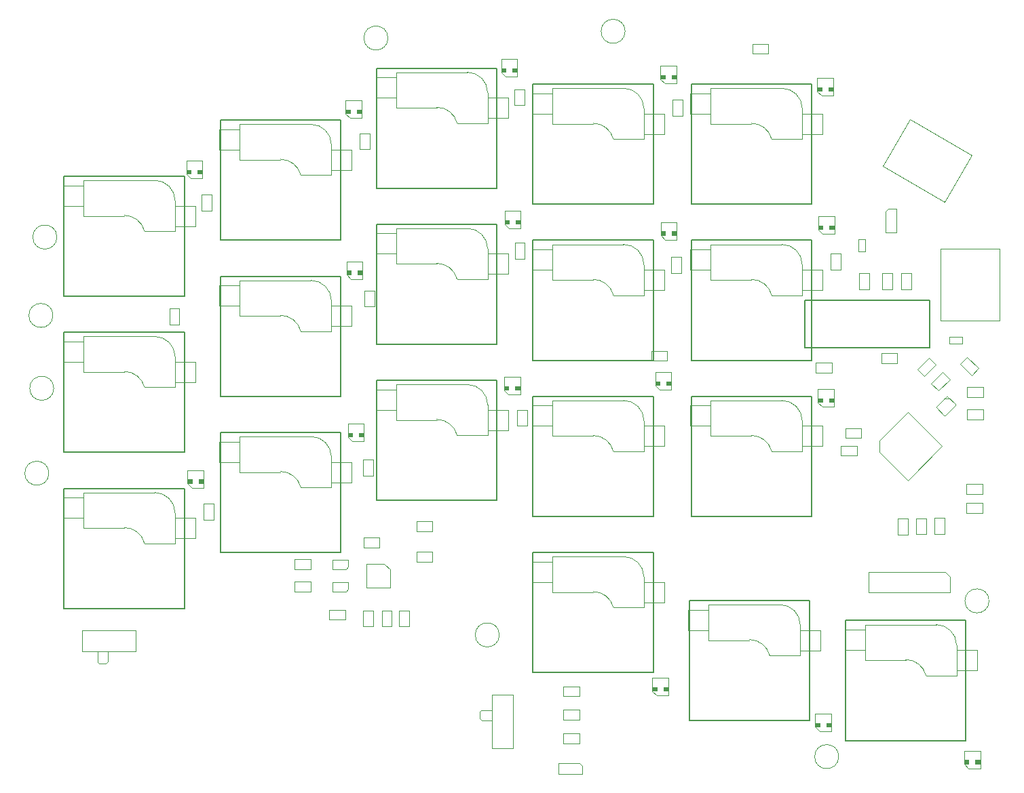
<source format=gbr>
%TF.GenerationSoftware,KiCad,Pcbnew,8.0.2*%
%TF.CreationDate,2025-01-19T21:46:12+07:00*%
%TF.ProjectId,sudi-keyboard,73756469-2d6b-4657-9962-6f6172642e6b,1*%
%TF.SameCoordinates,Original*%
%TF.FileFunction,AssemblyDrawing,Top*%
%FSLAX46Y46*%
G04 Gerber Fmt 4.6, Leading zero omitted, Abs format (unit mm)*
G04 Created by KiCad (PCBNEW 8.0.2) date 2025-01-19 21:46:12*
%MOMM*%
%LPD*%
G01*
G04 APERTURE LIST*
%ADD10C,0.100000*%
%ADD11C,0.120000*%
%ADD12C,0.150000*%
G04 APERTURE END LIST*
D10*
%TO.C,SW4*%
X117300000Y-124350000D02*
X117300000Y-126950000D01*
X117300000Y-126950000D02*
X124000000Y-126950000D01*
X119250000Y-127000000D02*
X119250000Y-128300000D01*
X119250000Y-128300000D02*
X119450000Y-128500000D01*
X119450000Y-128500000D02*
X120300000Y-128500000D01*
X120300000Y-128500000D02*
X120500000Y-128300000D01*
X120500000Y-128300000D02*
X120550000Y-128250000D01*
X120550000Y-128250000D02*
X120550000Y-126950000D01*
X124000000Y-124350000D02*
X117300000Y-124350000D01*
X124000000Y-126950000D02*
X124000000Y-124350000D01*
D11*
%TO.C,K16*%
X173470000Y-115760000D02*
X173470000Y-118300000D01*
X173470000Y-118300000D02*
X176010000Y-118300000D01*
D12*
X173590000Y-114610000D02*
X188590000Y-114610000D01*
X173590000Y-129610000D02*
X173590000Y-114610000D01*
D11*
X176010000Y-115125000D02*
X176010000Y-119570000D01*
X176010000Y-115760000D02*
X173470000Y-115760000D01*
X176010000Y-119570000D02*
X181090000Y-119570000D01*
X183629999Y-121475001D02*
X187440000Y-121475000D01*
X184900000Y-115125000D02*
X176010000Y-115125000D01*
X187440000Y-120840000D02*
X189980000Y-120840000D01*
X187440000Y-121475000D02*
X187440000Y-117665000D01*
D12*
X188590000Y-114610000D02*
X188590000Y-129610000D01*
X188590000Y-129610000D02*
X173590000Y-129610000D01*
D11*
X189980000Y-118300000D02*
X187440000Y-118300000D01*
X189980000Y-120840000D02*
X189980000Y-118300000D01*
X181090001Y-119491829D02*
G75*
G02*
X183629999Y-121475001I-1J-2618171D01*
G01*
X184900000Y-115125000D02*
G75*
G02*
X187440000Y-117665000I0J-2540000D01*
G01*
D10*
%TO.C,FB1*%
X214220001Y-75449997D02*
X215020001Y-75449996D01*
X214220003Y-77050000D02*
X214220001Y-75449997D01*
X215020001Y-75449996D02*
X215020003Y-77049999D01*
X215020003Y-77049999D02*
X214220003Y-77050000D01*
%TO.C,R10*%
X227700000Y-106075000D02*
X229700000Y-106075000D01*
X227700000Y-107325000D02*
X227700000Y-106075000D01*
X229700000Y-106075000D02*
X229700000Y-107325000D01*
X229700000Y-107325000D02*
X227700000Y-107325000D01*
%TO.C,C51*%
X190825000Y-77700000D02*
X192075000Y-77700000D01*
X190825000Y-79700000D02*
X190825000Y-77700000D01*
X192075000Y-77700000D02*
X192075000Y-79700000D01*
X192075000Y-79700000D02*
X190825000Y-79700000D01*
%TO.C,J1*%
X228373634Y-64955658D02*
X224973634Y-70844630D01*
X217231366Y-66374630D01*
X220631366Y-60485658D01*
X228373634Y-64955658D01*
%TO.C,D17*%
X130499998Y-104350000D02*
X130500000Y-106000000D01*
X130499998Y-104350000D02*
X132500002Y-104350000D01*
X130500000Y-106000000D02*
X131050000Y-106550000D01*
X131050000Y-106550000D02*
X132500002Y-106550000D01*
X132500002Y-106550000D02*
X132500002Y-104350000D01*
X131049999Y-105950001D02*
X130500000Y-105950000D01*
X130500001Y-105500001D01*
X131050000Y-105499999D01*
X131049999Y-105950001D01*
G36*
X131049999Y-105950001D02*
G01*
X130500000Y-105950000D01*
X130500001Y-105500001D01*
X131050000Y-105499999D01*
X131049999Y-105950001D01*
G37*
X132500002Y-105500001D02*
X132500000Y-105950000D01*
X131900001Y-105949998D01*
X131900000Y-105500000D01*
X132500002Y-105500001D01*
G36*
X132500002Y-105500001D02*
G01*
X132500000Y-105950000D01*
X131900001Y-105949998D01*
X131900000Y-105500000D01*
X132500002Y-105500001D01*
G37*
%TO.C,C3*%
X148150000Y-121775000D02*
X150150000Y-121775000D01*
X148150000Y-123025000D02*
X148150000Y-121775000D01*
X150150000Y-121775000D02*
X150150000Y-123025000D01*
X150150000Y-123025000D02*
X148150000Y-123025000D01*
%TO.C,FID9*%
X169390000Y-124910000D02*
G75*
G02*
X166390000Y-124910000I-1500000J0D01*
G01*
X166390000Y-124910000D02*
G75*
G02*
X169390000Y-124910000I1500000J0D01*
G01*
D11*
%TO.C,K9*%
X153970000Y-94260000D02*
X153970000Y-96800000D01*
X153970000Y-96800000D02*
X156510000Y-96800000D01*
D12*
X154090000Y-93110000D02*
X169090000Y-93110000D01*
X154090000Y-108110000D02*
X154090000Y-93110000D01*
D11*
X156510000Y-93625000D02*
X156510000Y-98070000D01*
X156510000Y-94260000D02*
X153970000Y-94260000D01*
X156510000Y-98070000D02*
X161590000Y-98070000D01*
X164129999Y-99975001D02*
X167940000Y-99975000D01*
X165400000Y-93625000D02*
X156510000Y-93625000D01*
X167940000Y-99340000D02*
X170480000Y-99340000D01*
X167940000Y-99975000D02*
X167940000Y-96165000D01*
D12*
X169090000Y-93110000D02*
X169090000Y-108110000D01*
X169090000Y-108110000D02*
X154090000Y-108110000D01*
D11*
X170480000Y-96800000D02*
X167940000Y-96800000D01*
X170480000Y-99340000D02*
X170480000Y-96800000D01*
X161590001Y-97991829D02*
G75*
G02*
X164129999Y-99975001I-1J-2618171D01*
G01*
X165400000Y-93625000D02*
G75*
G02*
X167940000Y-96165000I0J-2540000D01*
G01*
D10*
%TO.C,FID2*%
X113190000Y-104710000D02*
G75*
G02*
X110190000Y-104710000I-1500000J0D01*
G01*
X110190000Y-104710000D02*
G75*
G02*
X113190000Y-104710000I1500000J0D01*
G01*
%TO.C,D18*%
X169999998Y-92700000D02*
X170000000Y-94350000D01*
X169999998Y-92700000D02*
X172000002Y-92700000D01*
X170000000Y-94350000D02*
X170550000Y-94900000D01*
X170550000Y-94900000D02*
X172000002Y-94900000D01*
X172000002Y-94900000D02*
X172000002Y-92700000D01*
X170549999Y-94300001D02*
X170000000Y-94300000D01*
X170000001Y-93850001D01*
X170550000Y-93849999D01*
X170549999Y-94300001D01*
G36*
X170549999Y-94300001D02*
G01*
X170000000Y-94300000D01*
X170000001Y-93850001D01*
X170550000Y-93849999D01*
X170549999Y-94300001D01*
G37*
X172000002Y-93850001D02*
X172000000Y-94300000D01*
X171400001Y-94299998D01*
X171400000Y-93850000D01*
X172000002Y-93850001D01*
G36*
X172000002Y-93850001D02*
G01*
X172000000Y-94300000D01*
X171400001Y-94299998D01*
X171400000Y-93850000D01*
X172000002Y-93850001D01*
G37*
%TO.C,C57*%
X217050000Y-89725000D02*
X219050000Y-89725000D01*
X217050000Y-90975000D02*
X217050000Y-89725000D01*
X219050000Y-89725000D02*
X219050000Y-90975000D01*
X219050000Y-90975000D02*
X217050000Y-90975000D01*
D11*
%TO.C,K8*%
X153970000Y-74760000D02*
X153970000Y-77300000D01*
X153970000Y-77300000D02*
X156510000Y-77300000D01*
D12*
X154090000Y-73610000D02*
X169090000Y-73610000D01*
X154090000Y-88610000D02*
X154090000Y-73610000D01*
D11*
X156510000Y-74125000D02*
X156510000Y-78570000D01*
X156510000Y-74760000D02*
X153970000Y-74760000D01*
X156510000Y-78570000D02*
X161590000Y-78570000D01*
X164129999Y-80475001D02*
X167940000Y-80475000D01*
X165400000Y-74125000D02*
X156510000Y-74125000D01*
X167940000Y-79840000D02*
X170480000Y-79840000D01*
X167940000Y-80475000D02*
X167940000Y-76665000D01*
D12*
X169090000Y-73610000D02*
X169090000Y-88610000D01*
X169090000Y-88610000D02*
X154090000Y-88610000D01*
D11*
X170480000Y-77300000D02*
X167940000Y-77300000D01*
X170480000Y-79840000D02*
X170480000Y-77300000D01*
X161590001Y-78491829D02*
G75*
G02*
X164129999Y-80475001I-1J-2618171D01*
G01*
X165400000Y-74125000D02*
G75*
G02*
X167940000Y-76665000I0J-2540000D01*
G01*
D10*
%TO.C,C42*%
X128225000Y-84150000D02*
X129475000Y-84150000D01*
X128225000Y-86150000D02*
X128225000Y-84150000D01*
X129475000Y-84150000D02*
X129475000Y-86150000D01*
X129475000Y-86150000D02*
X128225000Y-86150000D01*
%TO.C,FID3*%
X114190000Y-75210000D02*
G75*
G02*
X111190000Y-75210000I-1500000J0D01*
G01*
X111190000Y-75210000D02*
G75*
G02*
X114190000Y-75210000I1500000J0D01*
G01*
%TO.C,C41*%
X132225000Y-69900000D02*
X133475000Y-69900000D01*
X132225000Y-71900000D02*
X132225000Y-69900000D01*
X133475000Y-69900000D02*
X133475000Y-71900000D01*
X133475000Y-71900000D02*
X132225000Y-71900000D01*
D11*
%TO.C,K18*%
X212470000Y-124260000D02*
X212470000Y-126800000D01*
X212470000Y-126800000D02*
X215010000Y-126800000D01*
D12*
X212590000Y-123110000D02*
X227590000Y-123110000D01*
X212590000Y-138110000D02*
X212590000Y-123110000D01*
D11*
X215010000Y-123625000D02*
X215010000Y-128070000D01*
X215010000Y-124260000D02*
X212470000Y-124260000D01*
X215010000Y-128070000D02*
X220090000Y-128070000D01*
X222629999Y-129975001D02*
X226440000Y-129975000D01*
X223900000Y-123625000D02*
X215010000Y-123625000D01*
X226440000Y-129340000D02*
X228980000Y-129340000D01*
X226440000Y-129975000D02*
X226440000Y-126165000D01*
D12*
X227590000Y-123110000D02*
X227590000Y-138110000D01*
X227590000Y-138110000D02*
X212590000Y-138110000D01*
D11*
X228980000Y-126800000D02*
X226440000Y-126800000D01*
X228980000Y-129340000D02*
X228980000Y-126800000D01*
X220090001Y-127991829D02*
G75*
G02*
X222629999Y-129975001I-1J-2618171D01*
G01*
X223900000Y-123625000D02*
G75*
G02*
X226440000Y-126165000I0J-2540000D01*
G01*
%TO.C,K12*%
X173470000Y-96260000D02*
X173470000Y-98800000D01*
X173470000Y-98800000D02*
X176010000Y-98800000D01*
D12*
X173590000Y-95110000D02*
X188590000Y-95110000D01*
X173590000Y-110110000D02*
X173590000Y-95110000D01*
D11*
X176010000Y-95625000D02*
X176010000Y-100070000D01*
X176010000Y-96260000D02*
X173470000Y-96260000D01*
X176010000Y-100070000D02*
X181090000Y-100070000D01*
X183629999Y-101975001D02*
X187440000Y-101975000D01*
X184900000Y-95625000D02*
X176010000Y-95625000D01*
X187440000Y-101340000D02*
X189980000Y-101340000D01*
X187440000Y-101975000D02*
X187440000Y-98165000D01*
D12*
X188590000Y-95110000D02*
X188590000Y-110110000D01*
X188590000Y-110110000D02*
X173590000Y-110110000D01*
D11*
X189980000Y-98800000D02*
X187440000Y-98800000D01*
X189980000Y-101340000D02*
X189980000Y-98800000D01*
X181090001Y-99991829D02*
G75*
G02*
X183629999Y-101975001I-1J-2618171D01*
G01*
X184900000Y-95625000D02*
G75*
G02*
X187440000Y-98165000I0J-2540000D01*
G01*
%TO.C,K14*%
X193220000Y-76760000D02*
X193220000Y-79300000D01*
X193220000Y-79300000D02*
X195760000Y-79300000D01*
D12*
X193340000Y-75610000D02*
X208340000Y-75610000D01*
X193340000Y-90610000D02*
X193340000Y-75610000D01*
D11*
X195760000Y-76125000D02*
X195760000Y-80570000D01*
X195760000Y-76760000D02*
X193220000Y-76760000D01*
X195760000Y-80570000D02*
X200840000Y-80570000D01*
X203379999Y-82475001D02*
X207190000Y-82475000D01*
X204650000Y-76125000D02*
X195760000Y-76125000D01*
X207190000Y-81840000D02*
X209730000Y-81840000D01*
X207190000Y-82475000D02*
X207190000Y-78665000D01*
D12*
X208340000Y-75610000D02*
X208340000Y-90610000D01*
X208340000Y-90610000D02*
X193340000Y-90610000D01*
D11*
X209730000Y-79300000D02*
X207190000Y-79300000D01*
X209730000Y-81840000D02*
X209730000Y-79300000D01*
X200840001Y-80491829D02*
G75*
G02*
X203379999Y-82475001I-1J-2618171D01*
G01*
X204650000Y-76125000D02*
G75*
G02*
X207190000Y-78665000I0J-2540000D01*
G01*
D10*
%TO.C,C43*%
X132525000Y-108500000D02*
X133775000Y-108500000D01*
X132525000Y-110500000D02*
X132525000Y-108500000D01*
X133775000Y-108500000D02*
X133775000Y-110500000D01*
X133775000Y-110500000D02*
X132525000Y-110500000D01*
%TO.C,C40*%
X219099998Y-110387499D02*
X220349998Y-110387499D01*
X219099998Y-112387499D02*
X219099998Y-110387499D01*
X220349998Y-110387499D02*
X220349998Y-112387499D01*
X220349998Y-112387499D02*
X219099998Y-112387499D01*
%TO.C,R4*%
X217145002Y-79749998D02*
X218395002Y-79749998D01*
X217145002Y-81749998D02*
X217145002Y-79749998D01*
X218395002Y-79749998D02*
X218395002Y-81749998D01*
X218395002Y-81749998D02*
X217145002Y-81749998D01*
%TO.C,D25*%
X188499999Y-130299999D02*
X188500000Y-131950000D01*
X188499999Y-130299999D02*
X190500001Y-130300001D01*
X188500000Y-131950000D02*
X189050000Y-132500000D01*
X189050000Y-132500000D02*
X190500001Y-132500001D01*
X190500001Y-132500001D02*
X190500001Y-130300001D01*
X189050000Y-131900001D02*
X188500000Y-131900000D01*
X188500001Y-131450000D01*
X189050000Y-131449999D01*
X189050000Y-131900001D01*
G36*
X189050000Y-131900001D02*
G01*
X188500000Y-131900000D01*
X188500001Y-131450000D01*
X189050000Y-131449999D01*
X189050000Y-131900001D01*
G37*
X190500000Y-131900000D02*
X189900000Y-131899999D01*
X189900000Y-131450000D01*
X190500001Y-131450000D01*
X190500000Y-131900000D01*
G36*
X190500000Y-131900000D02*
G01*
X189900000Y-131899999D01*
X189900000Y-131450000D01*
X190500001Y-131450000D01*
X190500000Y-131900000D01*
G37*
%TO.C,C1*%
X152450000Y-112775000D02*
X154450000Y-112775000D01*
X152450000Y-114025000D02*
X152450000Y-112775000D01*
X154450000Y-112775000D02*
X154450000Y-114025000D01*
X154450000Y-114025000D02*
X152450000Y-114025000D01*
%TO.C,C18*%
X227750000Y-93925000D02*
X229750000Y-93925000D01*
X227750000Y-95175000D02*
X227750000Y-93925000D01*
X229750000Y-93925000D02*
X229750000Y-95175000D01*
X229750000Y-95175000D02*
X227750000Y-95175000D01*
D11*
%TO.C,K7*%
X153970000Y-55260000D02*
X153970000Y-57800000D01*
X153970000Y-57800000D02*
X156510000Y-57800000D01*
D12*
X154090000Y-54110000D02*
X169090000Y-54110000D01*
X154090000Y-69110000D02*
X154090000Y-54110000D01*
D11*
X156510000Y-54625000D02*
X156510000Y-59070000D01*
X156510000Y-55260000D02*
X153970000Y-55260000D01*
X156510000Y-59070000D02*
X161590000Y-59070000D01*
X164129999Y-60975001D02*
X167940000Y-60975000D01*
X165400000Y-54625000D02*
X156510000Y-54625000D01*
X167940000Y-60340000D02*
X170480000Y-60340000D01*
X167940000Y-60975000D02*
X167940000Y-57165000D01*
D12*
X169090000Y-54110000D02*
X169090000Y-69110000D01*
X169090000Y-69110000D02*
X154090000Y-69110000D01*
D11*
X170480000Y-57800000D02*
X167940000Y-57800000D01*
X170480000Y-60340000D02*
X170480000Y-57800000D01*
X161590001Y-58991829D02*
G75*
G02*
X164129999Y-60975001I-1J-2618171D01*
G01*
X165400000Y-54625000D02*
G75*
G02*
X167940000Y-57165000I0J-2540000D01*
G01*
D10*
%TO.C,C19*%
X227700001Y-108424998D02*
X229700001Y-108424998D01*
X227700001Y-109674998D02*
X227700001Y-108424998D01*
X229700001Y-108424998D02*
X229700001Y-109674998D01*
X229700001Y-109674998D02*
X227700001Y-109674998D01*
%TO.C,FID6*%
X113699999Y-84999999D02*
G75*
G02*
X110699999Y-84999999I-1500000J0D01*
G01*
X110699999Y-84999999D02*
G75*
G02*
X113699999Y-84999999I1500000J0D01*
G01*
%TO.C,FID7*%
X211740000Y-140110000D02*
G75*
G02*
X208740000Y-140110000I-1500000J0D01*
G01*
X208740000Y-140110000D02*
G75*
G02*
X211740000Y-140110000I1500000J0D01*
G01*
%TO.C,FID5*%
X185090000Y-49510000D02*
G75*
G02*
X182090000Y-49510000I-1500000J0D01*
G01*
X182090000Y-49510000D02*
G75*
G02*
X185090000Y-49510000I1500000J0D01*
G01*
D11*
%TO.C,K6*%
X134470000Y-100760000D02*
X134470000Y-103300000D01*
X134470000Y-103300000D02*
X137010000Y-103300000D01*
D12*
X134590000Y-99610000D02*
X149590000Y-99610000D01*
X134590000Y-114610000D02*
X134590000Y-99610000D01*
D11*
X137010000Y-100125000D02*
X137010000Y-104570000D01*
X137010000Y-100760000D02*
X134470000Y-100760000D01*
X137010000Y-104570000D02*
X142090000Y-104570000D01*
X144629999Y-106475001D02*
X148440000Y-106475000D01*
X145900000Y-100125000D02*
X137010000Y-100125000D01*
X148440000Y-105840000D02*
X150980000Y-105840000D01*
X148440000Y-106475000D02*
X148440000Y-102665000D01*
D12*
X149590000Y-99610000D02*
X149590000Y-114610000D01*
X149590000Y-114610000D02*
X134590000Y-114610000D01*
D11*
X150980000Y-103300000D02*
X148440000Y-103300000D01*
X150980000Y-105840000D02*
X150980000Y-103300000D01*
X142090001Y-104491829D02*
G75*
G02*
X144629999Y-106475001I-1J-2618171D01*
G01*
X145900000Y-100125000D02*
G75*
G02*
X148440000Y-102665000I0J-2540000D01*
G01*
D10*
%TO.C,R11*%
X177400000Y-134275001D02*
X179400000Y-134275001D01*
X177400000Y-135525001D02*
X177400000Y-134275001D01*
X179400000Y-134275001D02*
X179400000Y-135525001D01*
X179400000Y-135525001D02*
X177400000Y-135525001D01*
D11*
%TO.C,K5*%
X134470000Y-81260000D02*
X134470000Y-83800000D01*
X134470000Y-83800000D02*
X137010000Y-83800000D01*
D12*
X134590000Y-80110000D02*
X149590000Y-80110000D01*
X134590000Y-95110000D02*
X134590000Y-80110000D01*
D11*
X137010000Y-80625000D02*
X137010000Y-85070000D01*
X137010000Y-81260000D02*
X134470000Y-81260000D01*
X137010000Y-85070000D02*
X142090000Y-85070000D01*
X144629999Y-86975001D02*
X148440000Y-86975000D01*
X145900000Y-80625000D02*
X137010000Y-80625000D01*
X148440000Y-86340000D02*
X150980000Y-86340000D01*
X148440000Y-86975000D02*
X148440000Y-83165000D01*
D12*
X149590000Y-80110000D02*
X149590000Y-95110000D01*
X149590000Y-95110000D02*
X134590000Y-95110000D01*
D11*
X150980000Y-83800000D02*
X148440000Y-83800000D01*
X150980000Y-86340000D02*
X150980000Y-83800000D01*
X142090001Y-84991829D02*
G75*
G02*
X144629999Y-86975001I-1J-2618171D01*
G01*
X145900000Y-80625000D02*
G75*
G02*
X148440000Y-83165000I0J-2540000D01*
G01*
%TO.C,K2*%
X114970000Y-88260000D02*
X114970000Y-90800000D01*
X114970000Y-90800000D02*
X117510000Y-90800000D01*
D12*
X115090000Y-87110000D02*
X130090000Y-87110000D01*
X115090000Y-102110000D02*
X115090000Y-87110000D01*
D11*
X117510000Y-87625000D02*
X117510000Y-92070000D01*
X117510000Y-88260000D02*
X114970000Y-88260000D01*
X117510000Y-92070000D02*
X122590000Y-92070000D01*
X125129999Y-93975001D02*
X128940000Y-93975000D01*
X126400000Y-87625000D02*
X117510000Y-87625000D01*
X128940000Y-93340000D02*
X131480000Y-93340000D01*
X128940000Y-93975000D02*
X128940000Y-90165000D01*
D12*
X130090000Y-87110000D02*
X130090000Y-102110000D01*
X130090000Y-102110000D02*
X115090000Y-102110000D01*
D11*
X131480000Y-90800000D02*
X128940000Y-90800000D01*
X131480000Y-93340000D02*
X131480000Y-90800000D01*
X122590001Y-91991829D02*
G75*
G02*
X125129999Y-93975001I-1J-2618171D01*
G01*
X126400000Y-87625000D02*
G75*
G02*
X128940000Y-90165000I0J-2540000D01*
G01*
%TO.C,K10*%
X173470000Y-57260000D02*
X173470000Y-59800000D01*
X173470000Y-59800000D02*
X176010000Y-59800000D01*
D12*
X173590000Y-56110000D02*
X188590000Y-56110000D01*
X173590000Y-71110000D02*
X173590000Y-56110000D01*
D11*
X176010000Y-56625000D02*
X176010000Y-61070000D01*
X176010000Y-57260000D02*
X173470000Y-57260000D01*
X176010000Y-61070000D02*
X181090000Y-61070000D01*
X183629999Y-62975001D02*
X187440000Y-62975000D01*
X184900000Y-56625000D02*
X176010000Y-56625000D01*
X187440000Y-62340000D02*
X189980000Y-62340000D01*
X187440000Y-62975000D02*
X187440000Y-59165000D01*
D12*
X188590000Y-56110000D02*
X188590000Y-71110000D01*
X188590000Y-71110000D02*
X173590000Y-71110000D01*
D11*
X189980000Y-59800000D02*
X187440000Y-59800000D01*
X189980000Y-62340000D02*
X189980000Y-59800000D01*
X181090001Y-60991829D02*
G75*
G02*
X183629999Y-62975001I-1J-2618171D01*
G01*
X184900000Y-56625000D02*
G75*
G02*
X187440000Y-59165000I0J-2540000D01*
G01*
D10*
%TO.C,R12*%
X177399999Y-131324998D02*
X179399999Y-131324998D01*
X177399999Y-132574998D02*
X177399999Y-131324998D01*
X179399999Y-131324998D02*
X179399999Y-132574998D01*
X179399999Y-132574998D02*
X177399999Y-132574998D01*
%TO.C,C39*%
X221399999Y-110337500D02*
X222649999Y-110337500D01*
X221399999Y-112337500D02*
X221399999Y-110337500D01*
X222649999Y-110337500D02*
X222649999Y-112337500D01*
X222649999Y-112337500D02*
X221399999Y-112337500D01*
%TO.C,D8*%
X130349999Y-65699999D02*
X130350000Y-67350000D01*
X130349999Y-65699999D02*
X132350001Y-65700001D01*
X130350000Y-67350000D02*
X130900000Y-67900000D01*
X130900000Y-67900000D02*
X132350001Y-67900001D01*
X132350001Y-67900001D02*
X132350001Y-65700001D01*
X130900000Y-67300001D02*
X130350000Y-67300000D01*
X130350001Y-66850000D01*
X130900000Y-66849999D01*
X130900000Y-67300001D01*
G36*
X130900000Y-67300001D02*
G01*
X130350000Y-67300000D01*
X130350001Y-66850000D01*
X130900000Y-66849999D01*
X130900000Y-67300001D01*
G37*
X132350000Y-67300000D02*
X131750000Y-67299999D01*
X131750000Y-66850000D01*
X132350001Y-66850000D01*
X132350000Y-67300000D01*
G36*
X132350000Y-67300000D02*
G01*
X131750000Y-67299999D01*
X131750000Y-66850000D01*
X132350001Y-66850000D01*
X132350000Y-67300000D01*
G37*
%TO.C,R5*%
X177400000Y-137225000D02*
X179400000Y-137225000D01*
X177400000Y-138475000D02*
X177400000Y-137225000D01*
X179400000Y-137225000D02*
X179400000Y-138475000D01*
X179400000Y-138475000D02*
X177400000Y-138475000D01*
D12*
%TO.C,AE1*%
X207549999Y-83100001D02*
X207549999Y-89049999D01*
X207549999Y-89049999D02*
X223050000Y-89050000D01*
X223050000Y-83100000D02*
X207549999Y-83100001D01*
X223050000Y-89050000D02*
X223050000Y-83100000D01*
D10*
%TO.C,C2*%
X214275004Y-79749998D02*
X215525004Y-79749998D01*
X214275004Y-81749998D02*
X214275004Y-79749998D01*
X215525004Y-79749998D02*
X215525004Y-81749998D01*
X215525004Y-81749998D02*
X214275004Y-81749998D01*
%TO.C,D36*%
X150499999Y-98549999D02*
X150500000Y-100200000D01*
X150499999Y-98549999D02*
X152500001Y-98550001D01*
X150500000Y-100200000D02*
X151050000Y-100750000D01*
X151050000Y-100750000D02*
X152500001Y-100750001D01*
X152500001Y-100750001D02*
X152500001Y-98550001D01*
X151050000Y-100150001D02*
X150500000Y-100150000D01*
X150500001Y-99700000D01*
X151050000Y-99699999D01*
X151050000Y-100150001D01*
G36*
X151050000Y-100150001D02*
G01*
X150500000Y-100150000D01*
X150500001Y-99700000D01*
X151050000Y-99699999D01*
X151050000Y-100150001D01*
G37*
X152500000Y-100150000D02*
X151900000Y-100149999D01*
X151900000Y-99700000D01*
X152500001Y-99700000D01*
X152500000Y-100150000D01*
G36*
X152500000Y-100150000D02*
G01*
X151900000Y-100149999D01*
X151900000Y-99700000D01*
X152500001Y-99700000D01*
X152500000Y-100150000D01*
G37*
%TO.C,D29*%
X150349999Y-78249999D02*
X150350000Y-79900000D01*
X150349999Y-78249999D02*
X152350001Y-78250001D01*
X150350000Y-79900000D02*
X150900000Y-80450000D01*
X150900000Y-80450000D02*
X152350001Y-80450001D01*
X152350001Y-80450001D02*
X152350001Y-78250001D01*
X150900000Y-79850001D02*
X150350000Y-79850000D01*
X150350001Y-79400000D01*
X150900000Y-79399999D01*
X150900000Y-79850001D01*
G36*
X150900000Y-79850001D02*
G01*
X150350000Y-79850000D01*
X150350001Y-79400000D01*
X150900000Y-79399999D01*
X150900000Y-79850001D01*
G37*
X152350000Y-79850000D02*
X151750000Y-79849999D01*
X151750000Y-79400000D01*
X152350001Y-79400000D01*
X152350000Y-79850000D01*
G36*
X152350000Y-79850000D02*
G01*
X151750000Y-79849999D01*
X151750000Y-79400000D01*
X152350001Y-79400000D01*
X152350000Y-79850000D01*
G37*
%TO.C,C20*%
X212000000Y-101275000D02*
X214000000Y-101275000D01*
X212000000Y-102525000D02*
X212000000Y-101275000D01*
X214000000Y-101275000D02*
X214000000Y-102525000D01*
X214000000Y-102525000D02*
X212000000Y-102525000D01*
%TO.C,C54*%
X210725000Y-77300000D02*
X211975000Y-77300000D01*
X210725000Y-79300000D02*
X210725000Y-77300000D01*
X211975000Y-77300000D02*
X211975000Y-79300000D01*
X211975000Y-79300000D02*
X210725000Y-79300000D01*
%TO.C,R1*%
X159050000Y-114535000D02*
X161050000Y-114535000D01*
X159050000Y-115785000D02*
X159050000Y-114535000D01*
X161050000Y-114535000D02*
X161050000Y-115785000D01*
X161050000Y-115785000D02*
X159050000Y-115785000D01*
%TO.C,C44*%
X151975000Y-62250000D02*
X153225000Y-62250000D01*
X151975000Y-64250000D02*
X151975000Y-62250000D01*
X153225000Y-62250000D02*
X153225000Y-64250000D01*
X153225000Y-64250000D02*
X151975000Y-64250000D01*
%TO.C,R17*%
X143850000Y-118274999D02*
X145850000Y-118274999D01*
X143850000Y-119524999D02*
X143850000Y-118274999D01*
X145850000Y-118274999D02*
X145850000Y-119524999D01*
X145850000Y-119524999D02*
X143850000Y-119524999D01*
%TO.C,D31*%
X208799999Y-134749999D02*
X208800000Y-136400000D01*
X208799999Y-134749999D02*
X210800001Y-134750001D01*
X208800000Y-136400000D02*
X209350000Y-136950000D01*
X209350000Y-136950000D02*
X210800001Y-136950001D01*
X210800001Y-136950001D02*
X210800001Y-134750001D01*
X209350000Y-136350001D02*
X208800000Y-136350000D01*
X208800001Y-135900000D01*
X209350000Y-135899999D01*
X209350000Y-136350001D01*
G36*
X209350000Y-136350001D02*
G01*
X208800000Y-136350000D01*
X208800001Y-135900000D01*
X209350000Y-135899999D01*
X209350000Y-136350001D01*
G37*
X210800000Y-136350000D02*
X210200000Y-136349999D01*
X210200000Y-135900000D01*
X210800001Y-135900000D01*
X210800000Y-136350000D01*
G36*
X210800000Y-136350000D02*
G01*
X210200000Y-136349999D01*
X210200000Y-135900000D01*
X210800001Y-135900000D01*
X210800000Y-136350000D01*
G37*
D11*
%TO.C,K13*%
X193220000Y-57260000D02*
X193220000Y-59800000D01*
X193220000Y-59800000D02*
X195760000Y-59800000D01*
D12*
X193340000Y-56110000D02*
X208340000Y-56110000D01*
X193340000Y-71110000D02*
X193340000Y-56110000D01*
D11*
X195760000Y-56625000D02*
X195760000Y-61070000D01*
X195760000Y-57260000D02*
X193220000Y-57260000D01*
X195760000Y-61070000D02*
X200840000Y-61070000D01*
X203379999Y-62975001D02*
X207190000Y-62975000D01*
X204650000Y-56625000D02*
X195760000Y-56625000D01*
X207190000Y-62340000D02*
X209730000Y-62340000D01*
X207190000Y-62975000D02*
X207190000Y-59165000D01*
D12*
X208340000Y-56110000D02*
X208340000Y-71110000D01*
X208340000Y-71110000D02*
X193340000Y-71110000D01*
D11*
X209730000Y-59800000D02*
X207190000Y-59800000D01*
X209730000Y-62340000D02*
X209730000Y-59800000D01*
X200840001Y-60991829D02*
G75*
G02*
X203379999Y-62975001I-1J-2618171D01*
G01*
X204650000Y-56625000D02*
G75*
G02*
X207190000Y-59165000I0J-2540000D01*
G01*
D10*
%TO.C,R3*%
X219575000Y-79750000D02*
X220825000Y-79750000D01*
X219575000Y-81750000D02*
X219575000Y-79750000D01*
X220825000Y-79750000D02*
X220825000Y-81750000D01*
X220825000Y-81750000D02*
X219575000Y-81750000D01*
%TO.C,P1*%
X231815000Y-76690001D02*
X231815001Y-85630000D01*
X224465000Y-85629999D01*
X224464999Y-76690000D01*
X231815000Y-76690001D01*
%TO.C,C45*%
X152575000Y-81900000D02*
X153825000Y-81900000D01*
X152575000Y-83900000D02*
X152575000Y-81900000D01*
X153825000Y-81900000D02*
X153825000Y-83900000D01*
X153825000Y-83900000D02*
X152575000Y-83900000D01*
%TO.C,C21*%
X226900951Y-91084835D02*
X227784835Y-90200951D01*
X227784835Y-90200951D02*
X229199049Y-91615165D01*
X228315165Y-92499049D02*
X226900951Y-91084835D01*
X229199049Y-91615165D02*
X228315165Y-92499049D01*
%TO.C,R14*%
X156875000Y-121850000D02*
X158125000Y-121850000D01*
X156875000Y-123850000D02*
X156875000Y-121850000D01*
X158125000Y-121850000D02*
X158125000Y-123850000D01*
X158125000Y-123850000D02*
X156875000Y-123850000D01*
%TO.C,U7*%
X216864464Y-100642895D02*
X220400001Y-97107360D01*
X216864465Y-102057106D02*
X216864464Y-100642895D01*
X220399999Y-105592640D02*
X216864465Y-102057106D01*
X220400001Y-97107360D02*
X224642640Y-101350001D01*
X224642640Y-101350001D02*
X220399999Y-105592640D01*
%TO.C,Y1*%
X223897918Y-96370708D02*
X225170714Y-95097917D01*
X223897920Y-96512131D02*
X223897918Y-96370708D01*
X224887867Y-97502082D02*
X223897920Y-96512131D01*
X225029286Y-97502083D02*
X224887867Y-97502082D01*
X225170714Y-95097917D02*
X225312133Y-95097918D01*
X225312133Y-95097918D02*
X226302080Y-96087869D01*
X225594973Y-95380761D02*
X224887869Y-95380761D01*
X226302080Y-96087869D02*
X226302082Y-96229292D01*
X226302082Y-96229292D02*
X225029286Y-97502083D01*
D11*
%TO.C,K3*%
X114970000Y-107760000D02*
X114970000Y-110300000D01*
X114970000Y-110300000D02*
X117510000Y-110300000D01*
D12*
X115090000Y-106610000D02*
X130090000Y-106610000D01*
X115090000Y-121610000D02*
X115090000Y-106610000D01*
D11*
X117510000Y-107125000D02*
X117510000Y-111570000D01*
X117510000Y-107760000D02*
X114970000Y-107760000D01*
X117510000Y-111570000D02*
X122590000Y-111570000D01*
X125129999Y-113475001D02*
X128940000Y-113475000D01*
X126400000Y-107125000D02*
X117510000Y-107125000D01*
X128940000Y-112840000D02*
X131480000Y-112840000D01*
X128940000Y-113475000D02*
X128940000Y-109665000D01*
D12*
X130090000Y-106610000D02*
X130090000Y-121610000D01*
X130090000Y-121610000D02*
X115090000Y-121610000D01*
D11*
X131480000Y-110300000D02*
X128940000Y-110300000D01*
X131480000Y-112840000D02*
X131480000Y-110300000D01*
X122590001Y-111491829D02*
G75*
G02*
X125129999Y-113475001I-1J-2618171D01*
G01*
X126400000Y-107125000D02*
G75*
G02*
X128940000Y-109665000I0J-2540000D01*
G01*
D10*
%TO.C,FID1*%
X113800000Y-94100000D02*
G75*
G02*
X110800000Y-94100000I-1500000J0D01*
G01*
X110800000Y-94100000D02*
G75*
G02*
X113800000Y-94100000I1500000J0D01*
G01*
%TO.C,R2*%
X159050000Y-110725000D02*
X161050000Y-110725000D01*
X159050000Y-111975000D02*
X159050000Y-110725000D01*
X161050000Y-110725000D02*
X161050000Y-111975000D01*
X161050000Y-111975000D02*
X159050000Y-111975000D01*
D11*
%TO.C,K15*%
X193220000Y-96260000D02*
X193220000Y-98800000D01*
X193220000Y-98800000D02*
X195760000Y-98800000D01*
D12*
X193340000Y-95110000D02*
X208340000Y-95110000D01*
X193340000Y-110110000D02*
X193340000Y-95110000D01*
D11*
X195760000Y-95625000D02*
X195760000Y-100070000D01*
X195760000Y-96260000D02*
X193220000Y-96260000D01*
X195760000Y-100070000D02*
X200840000Y-100070000D01*
X203379999Y-101975001D02*
X207190000Y-101975000D01*
X204650000Y-95625000D02*
X195760000Y-95625000D01*
X207190000Y-101340000D02*
X209730000Y-101340000D01*
X207190000Y-101975000D02*
X207190000Y-98165000D01*
D12*
X208340000Y-95110000D02*
X208340000Y-110110000D01*
X208340000Y-110110000D02*
X193340000Y-110110000D01*
D11*
X209730000Y-98800000D02*
X207190000Y-98800000D01*
X209730000Y-101340000D02*
X209730000Y-98800000D01*
X200840001Y-99991829D02*
G75*
G02*
X203379999Y-101975001I-1J-2618171D01*
G01*
X204650000Y-95625000D02*
G75*
G02*
X207190000Y-98165000I0J-2540000D01*
G01*
D10*
%TO.C,U5*%
X152800000Y-116000000D02*
X155050000Y-116000000D01*
X152800000Y-119000000D02*
X152800000Y-116000000D01*
X155050000Y-116000000D02*
X155800000Y-116750000D01*
X155800000Y-116750000D02*
X155800000Y-119000000D01*
X155800000Y-119000000D02*
X152800000Y-119000000D01*
%TO.C,C52*%
X188350000Y-89425000D02*
X190350000Y-89425000D01*
X188350000Y-90675000D02*
X188350000Y-89425000D01*
X190350000Y-89425000D02*
X190350000Y-90675000D01*
X190350000Y-90675000D02*
X188350000Y-90675000D01*
%TO.C,C35*%
X223300953Y-93515166D02*
X224715167Y-92100952D01*
X224184837Y-94399050D02*
X223300953Y-93515166D01*
X224715167Y-92100952D02*
X225599051Y-92984836D01*
X225599051Y-92984836D02*
X224184837Y-94399050D01*
%TO.C,C48*%
X171325000Y-75900000D02*
X172575000Y-75900000D01*
X171325000Y-77900000D02*
X171325000Y-75900000D01*
X172575000Y-75900000D02*
X172575000Y-77900000D01*
X172575000Y-77900000D02*
X171325000Y-77900000D01*
%TO.C,C53*%
X200950000Y-51075000D02*
X202950000Y-51075000D01*
X200950000Y-52325000D02*
X200950000Y-51075000D01*
X202950000Y-51075000D02*
X202950000Y-52325000D01*
X202950000Y-52325000D02*
X200950000Y-52325000D01*
%TO.C,D9*%
X169649999Y-52999999D02*
X169650000Y-54650000D01*
X169649999Y-52999999D02*
X171650001Y-53000001D01*
X169650000Y-54650000D02*
X170200000Y-55200000D01*
X170200000Y-55200000D02*
X171650001Y-55200001D01*
X171650001Y-55200001D02*
X171650001Y-53000001D01*
X170200000Y-54600001D02*
X169650000Y-54600000D01*
X169650001Y-54150000D01*
X170200000Y-54149999D01*
X170200000Y-54600001D01*
G36*
X170200000Y-54600001D02*
G01*
X169650000Y-54600000D01*
X169650001Y-54150000D01*
X170200000Y-54149999D01*
X170200000Y-54600001D01*
G37*
X171650000Y-54600000D02*
X171050000Y-54599999D01*
X171050000Y-54150000D01*
X171650001Y-54150000D01*
X171650000Y-54600000D01*
G36*
X171650000Y-54600000D02*
G01*
X171050000Y-54599999D01*
X171050000Y-54150000D01*
X171650001Y-54150000D01*
X171650000Y-54600000D01*
G37*
%TO.C,C36*%
X221568540Y-91712047D02*
X222982754Y-90297833D01*
X222452424Y-92595931D02*
X221568540Y-91712047D01*
X222982754Y-90297833D02*
X223866638Y-91181717D01*
X223866638Y-91181717D02*
X222452424Y-92595931D01*
%TO.C,Q2*%
X217600000Y-72025001D02*
X217924999Y-71700000D01*
X217600000Y-74600000D02*
X217600000Y-72025001D01*
X217924999Y-71700000D02*
X218900000Y-71700000D01*
X218900000Y-71700000D02*
X218900000Y-74600000D01*
X218900000Y-74600000D02*
X217600000Y-74600000D01*
%TO.C,D38*%
X227399999Y-139399999D02*
X227400000Y-141050000D01*
X227399999Y-139399999D02*
X229400001Y-139400001D01*
X227400000Y-141050000D02*
X227950000Y-141600000D01*
X227950000Y-141600000D02*
X229400001Y-141600001D01*
X229400001Y-141600001D02*
X229400001Y-139400001D01*
X227950000Y-141000001D02*
X227400000Y-141000000D01*
X227400001Y-140550000D01*
X227950000Y-140549999D01*
X227950000Y-141000001D01*
G36*
X227950000Y-141000001D02*
G01*
X227400000Y-141000000D01*
X227400001Y-140550000D01*
X227950000Y-140549999D01*
X227950000Y-141000001D01*
G37*
X229400000Y-141000000D02*
X228800000Y-140999999D01*
X228800000Y-140550000D01*
X229400001Y-140550000D01*
X229400000Y-141000000D01*
G36*
X229400000Y-141000000D02*
G01*
X228800000Y-140999999D01*
X228800000Y-140550000D01*
X229400001Y-140550000D01*
X229400000Y-141000000D01*
G37*
D11*
%TO.C,K17*%
X192970000Y-121760000D02*
X192970000Y-124300000D01*
X192970000Y-124300000D02*
X195510000Y-124300000D01*
D12*
X193090000Y-120610000D02*
X208090000Y-120610000D01*
X193090000Y-135610000D02*
X193090000Y-120610000D01*
D11*
X195510000Y-121125000D02*
X195510000Y-125570000D01*
X195510000Y-121760000D02*
X192970000Y-121760000D01*
X195510000Y-125570000D02*
X200590000Y-125570000D01*
X203129999Y-127475001D02*
X206940000Y-127475000D01*
X204400000Y-121125000D02*
X195510000Y-121125000D01*
X206940000Y-126840000D02*
X209480000Y-126840000D01*
X206940000Y-127475000D02*
X206940000Y-123665000D01*
D12*
X208090000Y-120610000D02*
X208090000Y-135610000D01*
X208090000Y-135610000D02*
X193090000Y-135610000D01*
D11*
X209480000Y-124300000D02*
X206940000Y-124300000D01*
X209480000Y-126840000D02*
X209480000Y-124300000D01*
X200590001Y-125491829D02*
G75*
G02*
X203129999Y-127475001I-1J-2618171D01*
G01*
X204400000Y-121125000D02*
G75*
G02*
X206940000Y-123665000I0J-2540000D01*
G01*
D10*
%TO.C,C8*%
X227750000Y-96725000D02*
X229750000Y-96725000D01*
X227750000Y-97975000D02*
X227750000Y-96725000D01*
X229750000Y-96725000D02*
X229750000Y-97975000D01*
X229750000Y-97975000D02*
X227750000Y-97975000D01*
%TO.C,D4*%
X148549999Y-116700000D02*
X150249999Y-116700000D01*
X148550001Y-115500002D02*
X148549999Y-116700000D01*
X150249999Y-116700000D02*
X150550001Y-116400000D01*
X150549999Y-115500000D02*
X148550001Y-115500002D01*
X150550001Y-116400000D02*
X150549999Y-115500000D01*
%TO.C,C47*%
X171275000Y-56750000D02*
X172525000Y-56750000D01*
X171275000Y-58750000D02*
X171275000Y-56750000D01*
X172525000Y-56750000D02*
X172525000Y-58750000D01*
X172525000Y-58750000D02*
X171275000Y-58750000D01*
%TO.C,C50*%
X191025000Y-58050000D02*
X192275000Y-58050000D01*
X191025000Y-60050000D02*
X191025000Y-58050000D01*
X192275000Y-58050000D02*
X192275000Y-60050000D01*
X192275000Y-60050000D02*
X191025000Y-60050000D01*
%TO.C,D10*%
X209049998Y-55350000D02*
X209050000Y-57000000D01*
X209049998Y-55350000D02*
X211050002Y-55350000D01*
X209050000Y-57000000D02*
X209600000Y-57550000D01*
X209600000Y-57550000D02*
X211050002Y-57550000D01*
X211050002Y-57550000D02*
X211050002Y-55350000D01*
X209599999Y-56950001D02*
X209050000Y-56950000D01*
X209050001Y-56500001D01*
X209600000Y-56499999D01*
X209599999Y-56950001D01*
G36*
X209599999Y-56950001D02*
G01*
X209050000Y-56950000D01*
X209050001Y-56500001D01*
X209600000Y-56499999D01*
X209599999Y-56950001D01*
G37*
X211050002Y-56500001D02*
X211050000Y-56950000D01*
X210450001Y-56949998D01*
X210450000Y-56500000D01*
X211050002Y-56500001D01*
G36*
X211050002Y-56500001D02*
G01*
X211050000Y-56950000D01*
X210450001Y-56949998D01*
X210450000Y-56500000D01*
X211050002Y-56500001D01*
G37*
%TO.C,D24*%
X189499999Y-53849999D02*
X189500000Y-55500000D01*
X189499999Y-53849999D02*
X191500001Y-53850001D01*
X189500000Y-55500000D02*
X190050000Y-56050000D01*
X190050000Y-56050000D02*
X191500001Y-56050001D01*
X191500001Y-56050001D02*
X191500001Y-53850001D01*
X190050000Y-55450001D02*
X189500000Y-55450000D01*
X189500001Y-55000000D01*
X190050000Y-54999999D01*
X190050000Y-55450001D01*
G36*
X190050000Y-55450001D02*
G01*
X189500000Y-55450000D01*
X189500001Y-55000000D01*
X190050000Y-54999999D01*
X190050000Y-55450001D01*
G37*
X191500000Y-55450000D02*
X190900000Y-55449999D01*
X190900000Y-55000000D01*
X191500001Y-55000000D01*
X191500000Y-55450000D01*
G36*
X191500000Y-55450000D02*
G01*
X190900000Y-55449999D01*
X190900000Y-55000000D01*
X191500001Y-55000000D01*
X191500000Y-55450000D01*
G37*
%TO.C,C46*%
X152375000Y-103000000D02*
X153625000Y-103000000D01*
X152375000Y-105000000D02*
X152375000Y-103000000D01*
X153625000Y-103000000D02*
X153625000Y-105000000D01*
X153625000Y-105000000D02*
X152375000Y-105000000D01*
%TO.C,C37*%
X212550000Y-99075000D02*
X214550000Y-99075000D01*
X212550000Y-100325000D02*
X212550000Y-99075000D01*
X214550000Y-99075000D02*
X214550000Y-100325000D01*
X214550000Y-100325000D02*
X212550000Y-100325000D01*
%TO.C,R15*%
X143850000Y-115474999D02*
X145850000Y-115474999D01*
X143850000Y-116724999D02*
X143850000Y-115474999D01*
X145850000Y-115474999D02*
X145850000Y-116724999D01*
X145850000Y-116724999D02*
X143850000Y-116724999D01*
%TO.C,D19*%
X209149999Y-94199999D02*
X209150000Y-95850000D01*
X209149999Y-94199999D02*
X211150001Y-94200001D01*
X209150000Y-95850000D02*
X209700000Y-96400000D01*
X209700000Y-96400000D02*
X211150001Y-96400001D01*
X211150001Y-96400001D02*
X211150001Y-94200001D01*
X209700000Y-95800001D02*
X209150000Y-95800000D01*
X209150001Y-95350000D01*
X209700000Y-95349999D01*
X209700000Y-95800001D01*
G36*
X209700000Y-95800001D02*
G01*
X209150000Y-95800000D01*
X209150001Y-95350000D01*
X209700000Y-95349999D01*
X209700000Y-95800001D01*
G37*
X211150000Y-95800000D02*
X210550000Y-95799999D01*
X210550000Y-95350000D01*
X211150001Y-95350000D01*
X211150000Y-95800000D01*
G36*
X211150000Y-95800000D02*
G01*
X210550000Y-95799999D01*
X210550000Y-95350000D01*
X211150001Y-95350000D01*
X211150000Y-95800000D01*
G37*
%TO.C,R6*%
X154725000Y-121850000D02*
X155975000Y-121850000D01*
X154725000Y-123850000D02*
X154725000Y-121850000D01*
X155975000Y-121850000D02*
X155975000Y-123850000D01*
X155975000Y-123850000D02*
X154725000Y-123850000D01*
D11*
%TO.C,K4*%
X134470000Y-61760000D02*
X134470000Y-64300000D01*
X134470000Y-64300000D02*
X137010000Y-64300000D01*
D12*
X134590000Y-60610000D02*
X149590000Y-60610000D01*
X134590000Y-75610000D02*
X134590000Y-60610000D01*
D11*
X137010000Y-61125000D02*
X137010000Y-65570000D01*
X137010000Y-61760000D02*
X134470000Y-61760000D01*
X137010000Y-65570000D02*
X142090000Y-65570000D01*
X144629999Y-67475001D02*
X148440000Y-67475000D01*
X145900000Y-61125000D02*
X137010000Y-61125000D01*
X148440000Y-66840000D02*
X150980000Y-66840000D01*
X148440000Y-67475000D02*
X148440000Y-63665000D01*
D12*
X149590000Y-60610000D02*
X149590000Y-75610000D01*
X149590000Y-75610000D02*
X134590000Y-75610000D01*
D11*
X150980000Y-64300000D02*
X148440000Y-64300000D01*
X150980000Y-66840000D02*
X150980000Y-64300000D01*
X142090001Y-65491829D02*
G75*
G02*
X144629999Y-67475001I-1J-2618171D01*
G01*
X145900000Y-61125000D02*
G75*
G02*
X148440000Y-63665000I0J-2540000D01*
G01*
D10*
%TO.C,C49*%
X171625000Y-96800000D02*
X172875000Y-96800000D01*
X171625000Y-98800000D02*
X171625000Y-96800000D01*
X172875000Y-96800000D02*
X172875000Y-98800000D01*
X172875000Y-98800000D02*
X171625000Y-98800000D01*
%TO.C,D30*%
X189549999Y-73349999D02*
X189550000Y-75000000D01*
X189549999Y-73349999D02*
X191550001Y-73350001D01*
X189550000Y-75000000D02*
X190100000Y-75550000D01*
X190100000Y-75550000D02*
X191550001Y-75550001D01*
X191550001Y-75550001D02*
X191550001Y-73350001D01*
X190100000Y-74950001D02*
X189550000Y-74950000D01*
X189550001Y-74500000D01*
X190100000Y-74499999D01*
X190100000Y-74950001D01*
G36*
X190100000Y-74950001D02*
G01*
X189550000Y-74950000D01*
X189550001Y-74500000D01*
X190100000Y-74499999D01*
X190100000Y-74950001D01*
G37*
X191550000Y-74950000D02*
X190950000Y-74949999D01*
X190950000Y-74500000D01*
X191550001Y-74500000D01*
X191550000Y-74950000D01*
G36*
X191550000Y-74950000D02*
G01*
X190950000Y-74949999D01*
X190950000Y-74500000D01*
X191550001Y-74500000D01*
X191550000Y-74950000D01*
G37*
%TO.C,SW3*%
X166950000Y-134500000D02*
X166950000Y-135350000D01*
X166950000Y-135350000D02*
X167150000Y-135550000D01*
X167150000Y-134300000D02*
X166950000Y-134500000D01*
X167150000Y-135550000D02*
X167200000Y-135600000D01*
X167200000Y-135600000D02*
X168500000Y-135600000D01*
X168450000Y-134300000D02*
X167150000Y-134300000D01*
X168500000Y-132350000D02*
X168500000Y-139050000D01*
X168500000Y-139050000D02*
X171100000Y-139050000D01*
X171100000Y-132350000D02*
X168500000Y-132350000D01*
X171100000Y-139050000D02*
X171100000Y-132350000D01*
%TO.C,R7*%
X152425000Y-121850000D02*
X153675000Y-121850000D01*
X152425000Y-123850000D02*
X152425000Y-121850000D01*
X153675000Y-121850000D02*
X153675000Y-123850000D01*
X153675000Y-123850000D02*
X152425000Y-123850000D01*
%TO.C,D32*%
X148550000Y-119500000D02*
X150250000Y-119500000D01*
X148550002Y-118300002D02*
X148550000Y-119500000D01*
X150250000Y-119500000D02*
X150550002Y-119200000D01*
X150550000Y-118300000D02*
X148550002Y-118300002D01*
X150550002Y-119200000D02*
X150550000Y-118300000D01*
%TO.C,D23*%
X150199998Y-58150000D02*
X150200000Y-59800000D01*
X150199998Y-58150000D02*
X152200002Y-58150000D01*
X150200000Y-59800000D02*
X150750000Y-60350000D01*
X150750000Y-60350000D02*
X152200002Y-60350000D01*
X152200002Y-60350000D02*
X152200002Y-58150000D01*
X150749999Y-59750001D02*
X150200000Y-59750000D01*
X150200001Y-59300001D01*
X150750000Y-59299999D01*
X150749999Y-59750001D01*
G36*
X150749999Y-59750001D02*
G01*
X150200000Y-59750000D01*
X150200001Y-59300001D01*
X150750000Y-59299999D01*
X150749999Y-59750001D01*
G37*
X152200002Y-59300001D02*
X152200000Y-59750000D01*
X151600001Y-59749998D01*
X151600000Y-59300000D01*
X152200002Y-59300001D01*
G36*
X152200002Y-59300001D02*
G01*
X152200000Y-59750000D01*
X151600001Y-59749998D01*
X151600000Y-59300000D01*
X152200002Y-59300001D01*
G37*
%TO.C,Q1*%
X176799999Y-140950000D02*
X179374998Y-140950000D01*
X176799999Y-142250000D02*
X176799999Y-140950000D01*
X179374998Y-140950000D02*
X179699999Y-141274999D01*
X179699999Y-141274999D02*
X179699999Y-142250000D01*
X179699999Y-142250000D02*
X176799999Y-142250000D01*
%TO.C,D13*%
X209199999Y-72649999D02*
X209200000Y-74300000D01*
X209199999Y-72649999D02*
X211200001Y-72650001D01*
X209200000Y-74300000D02*
X209750000Y-74850000D01*
X209750000Y-74850000D02*
X211200001Y-74850001D01*
X211200001Y-74850001D02*
X211200001Y-72650001D01*
X209750000Y-74250001D02*
X209200000Y-74250000D01*
X209200001Y-73800000D01*
X209750000Y-73799999D01*
X209750000Y-74250001D01*
G36*
X209750000Y-74250001D02*
G01*
X209200000Y-74250000D01*
X209200001Y-73800000D01*
X209750000Y-73799999D01*
X209750000Y-74250001D01*
G37*
X211200000Y-74250000D02*
X210600000Y-74249999D01*
X210600000Y-73800000D01*
X211200001Y-73800000D01*
X211200000Y-74250000D01*
G36*
X211200000Y-74250000D02*
G01*
X210600000Y-74249999D01*
X210600000Y-73800000D01*
X211200001Y-73800000D01*
X211200000Y-74250000D01*
G37*
%TO.C,C55*%
X208900000Y-90925000D02*
X210900000Y-90925000D01*
X208900000Y-92175000D02*
X208900000Y-90925000D01*
X210900000Y-90925000D02*
X210900000Y-92175000D01*
X210900000Y-92175000D02*
X208900000Y-92175000D01*
%TO.C,L3*%
X225549998Y-87700000D02*
X227150001Y-87700001D01*
X225549999Y-88499999D02*
X225549998Y-87700000D01*
X227150001Y-87700001D02*
X227150002Y-88500000D01*
X227150002Y-88500000D02*
X225549999Y-88499999D01*
%TO.C,FID8*%
X230490000Y-120660000D02*
G75*
G02*
X227490000Y-120660000I-1500000J0D01*
G01*
X227490000Y-120660000D02*
G75*
G02*
X230490000Y-120660000I1500000J0D01*
G01*
D11*
%TO.C,K11*%
X173470000Y-76760000D02*
X173470000Y-79300000D01*
X173470000Y-79300000D02*
X176010000Y-79300000D01*
D12*
X173590000Y-75610000D02*
X188590000Y-75610000D01*
X173590000Y-90610000D02*
X173590000Y-75610000D01*
D11*
X176010000Y-76125000D02*
X176010000Y-80570000D01*
X176010000Y-76760000D02*
X173470000Y-76760000D01*
X176010000Y-80570000D02*
X181090000Y-80570000D01*
X183629999Y-82475001D02*
X187440000Y-82475000D01*
X184900000Y-76125000D02*
X176010000Y-76125000D01*
X187440000Y-81840000D02*
X189980000Y-81840000D01*
X187440000Y-82475000D02*
X187440000Y-78665000D01*
D12*
X188590000Y-75610000D02*
X188590000Y-90610000D01*
X188590000Y-90610000D02*
X173590000Y-90610000D01*
D11*
X189980000Y-79300000D02*
X187440000Y-79300000D01*
X189980000Y-81840000D02*
X189980000Y-79300000D01*
X181090001Y-80491829D02*
G75*
G02*
X183629999Y-82475001I-1J-2618171D01*
G01*
X184900000Y-76125000D02*
G75*
G02*
X187440000Y-78665000I0J-2540000D01*
G01*
D10*
%TO.C,J3*%
X215510000Y-117030000D02*
X225034999Y-117030000D01*
X215510000Y-119570000D02*
X215510000Y-117030000D01*
X225034999Y-117030000D02*
X225669998Y-117665000D01*
X225669998Y-117665000D02*
X225669999Y-119569998D01*
X225669999Y-119569998D02*
X215510000Y-119570000D01*
D11*
%TO.C,K1*%
X114970000Y-68760000D02*
X114970000Y-71300000D01*
X114970000Y-71300000D02*
X117510000Y-71300000D01*
D12*
X115090000Y-67610000D02*
X130090000Y-67610000D01*
X115090000Y-82610000D02*
X115090000Y-67610000D01*
D11*
X117510000Y-68125000D02*
X117510000Y-72570000D01*
X117510000Y-68760000D02*
X114970000Y-68760000D01*
X117510000Y-72570000D02*
X122590000Y-72570000D01*
X125129999Y-74475001D02*
X128940000Y-74475000D01*
X126400000Y-68125000D02*
X117510000Y-68125000D01*
X128940000Y-73840000D02*
X131480000Y-73840000D01*
X128940000Y-74475000D02*
X128940000Y-70665000D01*
D12*
X130090000Y-67610000D02*
X130090000Y-82610000D01*
X130090000Y-82610000D02*
X115090000Y-82610000D01*
D11*
X131480000Y-71300000D02*
X128940000Y-71300000D01*
X131480000Y-73840000D02*
X131480000Y-71300000D01*
X122590001Y-72491829D02*
G75*
G02*
X125129999Y-74475001I-1J-2618171D01*
G01*
X126400000Y-68125000D02*
G75*
G02*
X128940000Y-70665000I0J-2540000D01*
G01*
D10*
%TO.C,C38*%
X223675000Y-110300000D02*
X224925000Y-110300000D01*
X223675000Y-112300000D02*
X223675000Y-110300000D01*
X224925000Y-110300000D02*
X224925000Y-112300000D01*
X224925000Y-112300000D02*
X223675000Y-112300000D01*
%TO.C,FID4*%
X155500000Y-50350000D02*
G75*
G02*
X152500000Y-50350000I-1500000J0D01*
G01*
X152500000Y-50350000D02*
G75*
G02*
X155500000Y-50350000I1500000J0D01*
G01*
%TO.C,D37*%
X188849999Y-92099999D02*
X188850000Y-93750000D01*
X188849999Y-92099999D02*
X190850001Y-92100001D01*
X188850000Y-93750000D02*
X189400000Y-94300000D01*
X189400000Y-94300000D02*
X190850001Y-94300001D01*
X190850001Y-94300001D02*
X190850001Y-92100001D01*
X189400000Y-93700001D02*
X188850000Y-93700000D01*
X188850001Y-93250000D01*
X189400000Y-93249999D01*
X189400000Y-93700001D01*
G36*
X189400000Y-93700001D02*
G01*
X188850000Y-93700000D01*
X188850001Y-93250000D01*
X189400000Y-93249999D01*
X189400000Y-93700001D01*
G37*
X190850000Y-93700000D02*
X190250000Y-93699999D01*
X190250000Y-93250000D01*
X190850001Y-93250000D01*
X190850000Y-93700000D01*
G36*
X190850000Y-93700000D02*
G01*
X190250000Y-93699999D01*
X190250000Y-93250000D01*
X190850001Y-93250000D01*
X190850000Y-93700000D01*
G37*
%TO.C,D12*%
X170049999Y-71949999D02*
X170050000Y-73600000D01*
X170049999Y-71949999D02*
X172050001Y-71950001D01*
X170050000Y-73600000D02*
X170600000Y-74150000D01*
X170600000Y-74150000D02*
X172050001Y-74150001D01*
X172050001Y-74150001D02*
X172050001Y-71950001D01*
X170600000Y-73550001D02*
X170050000Y-73550000D01*
X170050001Y-73100000D01*
X170600000Y-73099999D01*
X170600000Y-73550001D01*
G36*
X170600000Y-73550001D02*
G01*
X170050000Y-73550000D01*
X170050001Y-73100000D01*
X170600000Y-73099999D01*
X170600000Y-73550001D01*
G37*
X172050000Y-73550000D02*
X171450000Y-73549999D01*
X171450000Y-73100000D01*
X172050001Y-73100000D01*
X172050000Y-73550000D01*
G36*
X172050000Y-73550000D02*
G01*
X171450000Y-73549999D01*
X171450000Y-73100000D01*
X172050001Y-73100000D01*
X172050000Y-73550000D01*
G37*
%TD*%
M02*

</source>
